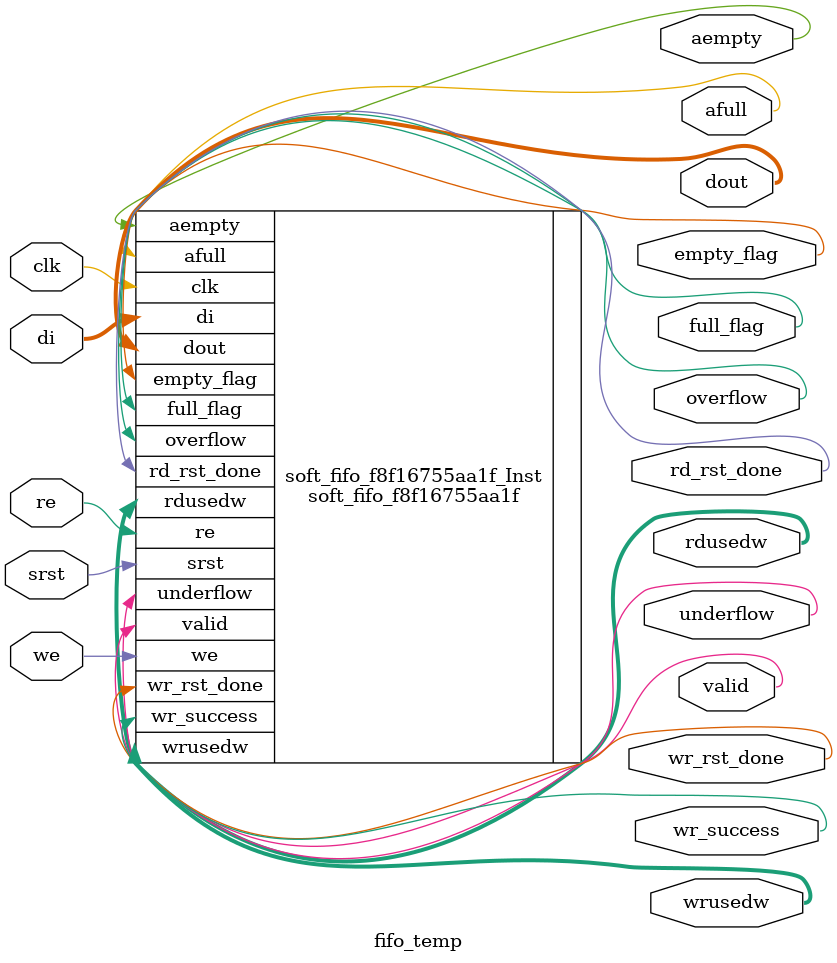
<source format=v>
/************************************************************\
**	Copyright (c) 2012-2025 Anlogic Inc.
**	All Right Reserved.
\************************************************************/
/************************************************************\
**	Build time: Oct 21 2025 18:16:02
**	TD version	:	6.2.168116
************************************************************/
`timescale 1ns/1ps
module fifo_temp
(
  input                         srst,
  input   [7:0]                 di,
  input                         clk,
  input                         re,
  input                         we,
  output  [7:0]                 dout,
  output                        empty_flag,
  output                        aempty,
  output                        full_flag,
  output                        afull,
  output                        valid,
  output                        overflow,
  output                        underflow,
  output                        wr_success,
  output  [10:0]                rdusedw,
  output  [10:0]                wrusedw,
  output                        wr_rst_done,
  output                        rd_rst_done
);

  soft_fifo_f8f16755aa1f
  #(
      .COMMON_CLK_EN(1),
      .MEMORY_TYPE(0),
      .RST_TYPE(2),
      .DATA_WIDTH_W(8),
      .ADDR_WIDTH_W(10),
      .DATA_WIDTH_R(8),
      .ADDR_WIDTH_R(10),
      .DOUT_INITVAL(8'h0),
      .OUTREG_EN("NOREG"),
      .SHOW_AHEAD_EN(1),
      .AL_FULL_NUM(1021),
      .AL_EMPTY_NUM(2),
      .RDUSEDW_WIDTH(11),
      .WRUSEDW_WIDTH(11),
      .ASYNC_RST_SYNC_RELS(0),
      .SYNC_STAGE(2)
  )soft_fifo_f8f16755aa1f_Inst
  (
      .srst(srst),
      .di(di),
      .clk(clk),
      .re(re),
      .we(we),
      .dout(dout),
      .empty_flag(empty_flag),
      .aempty(aempty),
      .full_flag(full_flag),
      .afull(afull),
      .valid(valid),
      .overflow(overflow),
      .underflow(underflow),
      .wr_success(wr_success),
      .rdusedw(rdusedw),
      .wrusedw(wrusedw),
      .wr_rst_done(wr_rst_done),
      .rd_rst_done(rd_rst_done)
  );
endmodule

</source>
